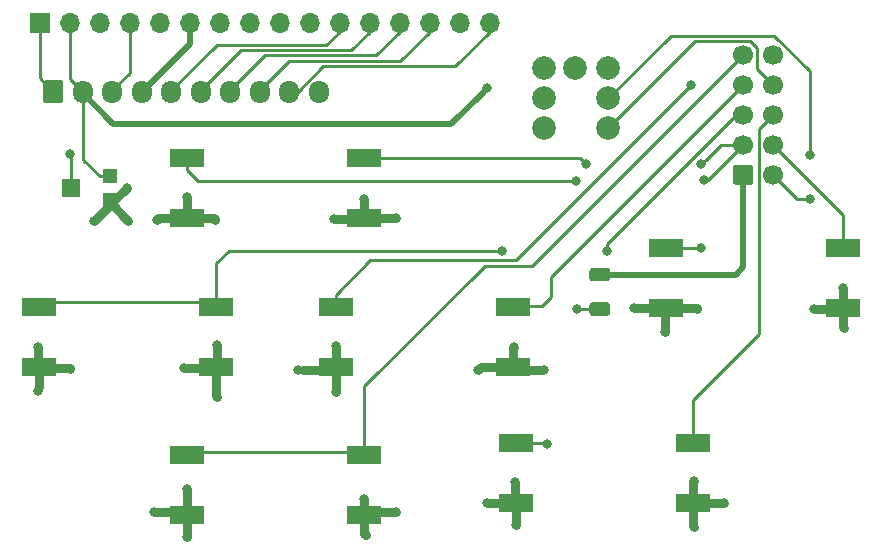
<source format=gtl>
G04 #@! TF.GenerationSoftware,KiCad,Pcbnew,(5.1.0)-1*
G04 #@! TF.CreationDate,2022-08-09T13:46:42+10:00*
G04 #@! TF.ProjectId,mainPCB_v0.9-br2,6d61696e-5043-4425-9f76-302e392d6272,rev?*
G04 #@! TF.SameCoordinates,Original*
G04 #@! TF.FileFunction,Copper,L1,Top*
G04 #@! TF.FilePolarity,Positive*
%FSLAX46Y46*%
G04 Gerber Fmt 4.6, Leading zero omitted, Abs format (unit mm)*
G04 Created by KiCad (PCBNEW (5.1.0)-1) date 2022-08-09 13:46:42*
%MOMM*%
%LPD*%
G04 APERTURE LIST*
%ADD10C,1.700000*%
%ADD11C,0.100000*%
%ADD12O,1.700000X1.950000*%
%ADD13C,1.125000*%
%ADD14R,1.200000X1.200000*%
%ADD15R,1.500000X1.600000*%
%ADD16C,2.000000*%
%ADD17R,3.000000X1.500000*%
%ADD18R,1.700000X1.700000*%
%ADD19O,1.700000X1.700000*%
%ADD20C,0.800000*%
%ADD21C,0.250000*%
%ADD22C,0.500000*%
%ADD23C,0.800000*%
G04 APERTURE END LIST*
D10*
X140525500Y-49530000D03*
X140525500Y-52070000D03*
X140525500Y-54610000D03*
X140525500Y-57150000D03*
X140525500Y-59690000D03*
X137985500Y-49530000D03*
X137985500Y-52070000D03*
X137985500Y-54610000D03*
X137985500Y-57150000D03*
D11*
G36*
X138610004Y-58841204D02*
G01*
X138634273Y-58844804D01*
X138658071Y-58850765D01*
X138681171Y-58859030D01*
X138703349Y-58869520D01*
X138724393Y-58882133D01*
X138744098Y-58896747D01*
X138762277Y-58913223D01*
X138778753Y-58931402D01*
X138793367Y-58951107D01*
X138805980Y-58972151D01*
X138816470Y-58994329D01*
X138824735Y-59017429D01*
X138830696Y-59041227D01*
X138834296Y-59065496D01*
X138835500Y-59090000D01*
X138835500Y-60290000D01*
X138834296Y-60314504D01*
X138830696Y-60338773D01*
X138824735Y-60362571D01*
X138816470Y-60385671D01*
X138805980Y-60407849D01*
X138793367Y-60428893D01*
X138778753Y-60448598D01*
X138762277Y-60466777D01*
X138744098Y-60483253D01*
X138724393Y-60497867D01*
X138703349Y-60510480D01*
X138681171Y-60520970D01*
X138658071Y-60529235D01*
X138634273Y-60535196D01*
X138610004Y-60538796D01*
X138585500Y-60540000D01*
X137385500Y-60540000D01*
X137360996Y-60538796D01*
X137336727Y-60535196D01*
X137312929Y-60529235D01*
X137289829Y-60520970D01*
X137267651Y-60510480D01*
X137246607Y-60497867D01*
X137226902Y-60483253D01*
X137208723Y-60466777D01*
X137192247Y-60448598D01*
X137177633Y-60428893D01*
X137165020Y-60407849D01*
X137154530Y-60385671D01*
X137146265Y-60362571D01*
X137140304Y-60338773D01*
X137136704Y-60314504D01*
X137135500Y-60290000D01*
X137135500Y-59090000D01*
X137136704Y-59065496D01*
X137140304Y-59041227D01*
X137146265Y-59017429D01*
X137154530Y-58994329D01*
X137165020Y-58972151D01*
X137177633Y-58951107D01*
X137192247Y-58931402D01*
X137208723Y-58913223D01*
X137226902Y-58896747D01*
X137246607Y-58882133D01*
X137267651Y-58869520D01*
X137289829Y-58859030D01*
X137312929Y-58850765D01*
X137336727Y-58844804D01*
X137360996Y-58841204D01*
X137385500Y-58840000D01*
X138585500Y-58840000D01*
X138610004Y-58841204D01*
X138610004Y-58841204D01*
G37*
D10*
X137985500Y-59690000D03*
D11*
G36*
X80190004Y-51667704D02*
G01*
X80214273Y-51671304D01*
X80238071Y-51677265D01*
X80261171Y-51685530D01*
X80283349Y-51696020D01*
X80304393Y-51708633D01*
X80324098Y-51723247D01*
X80342277Y-51739723D01*
X80358753Y-51757902D01*
X80373367Y-51777607D01*
X80385980Y-51798651D01*
X80396470Y-51820829D01*
X80404735Y-51843929D01*
X80410696Y-51867727D01*
X80414296Y-51891996D01*
X80415500Y-51916500D01*
X80415500Y-53366500D01*
X80414296Y-53391004D01*
X80410696Y-53415273D01*
X80404735Y-53439071D01*
X80396470Y-53462171D01*
X80385980Y-53484349D01*
X80373367Y-53505393D01*
X80358753Y-53525098D01*
X80342277Y-53543277D01*
X80324098Y-53559753D01*
X80304393Y-53574367D01*
X80283349Y-53586980D01*
X80261171Y-53597470D01*
X80238071Y-53605735D01*
X80214273Y-53611696D01*
X80190004Y-53615296D01*
X80165500Y-53616500D01*
X78965500Y-53616500D01*
X78940996Y-53615296D01*
X78916727Y-53611696D01*
X78892929Y-53605735D01*
X78869829Y-53597470D01*
X78847651Y-53586980D01*
X78826607Y-53574367D01*
X78806902Y-53559753D01*
X78788723Y-53543277D01*
X78772247Y-53525098D01*
X78757633Y-53505393D01*
X78745020Y-53484349D01*
X78734530Y-53462171D01*
X78726265Y-53439071D01*
X78720304Y-53415273D01*
X78716704Y-53391004D01*
X78715500Y-53366500D01*
X78715500Y-51916500D01*
X78716704Y-51891996D01*
X78720304Y-51867727D01*
X78726265Y-51843929D01*
X78734530Y-51820829D01*
X78745020Y-51798651D01*
X78757633Y-51777607D01*
X78772247Y-51757902D01*
X78788723Y-51739723D01*
X78806902Y-51723247D01*
X78826607Y-51708633D01*
X78847651Y-51696020D01*
X78869829Y-51685530D01*
X78892929Y-51677265D01*
X78916727Y-51671304D01*
X78940996Y-51667704D01*
X78965500Y-51666500D01*
X80165500Y-51666500D01*
X80190004Y-51667704D01*
X80190004Y-51667704D01*
G37*
D10*
X79565500Y-52641500D03*
D12*
X82065500Y-52641500D03*
X84565500Y-52641500D03*
X87065500Y-52641500D03*
X89565500Y-52641500D03*
X92065500Y-52641500D03*
X94565500Y-52641500D03*
X97065500Y-52641500D03*
X99565500Y-52641500D03*
X102065500Y-52641500D03*
D11*
G36*
X126506505Y-70497204D02*
G01*
X126530773Y-70500804D01*
X126554572Y-70506765D01*
X126577671Y-70515030D01*
X126599850Y-70525520D01*
X126620893Y-70538132D01*
X126640599Y-70552747D01*
X126658777Y-70569223D01*
X126675253Y-70587401D01*
X126689868Y-70607107D01*
X126702480Y-70628150D01*
X126712970Y-70650329D01*
X126721235Y-70673428D01*
X126727196Y-70697227D01*
X126730796Y-70721495D01*
X126732000Y-70745999D01*
X126732000Y-71371001D01*
X126730796Y-71395505D01*
X126727196Y-71419773D01*
X126721235Y-71443572D01*
X126712970Y-71466671D01*
X126702480Y-71488850D01*
X126689868Y-71509893D01*
X126675253Y-71529599D01*
X126658777Y-71547777D01*
X126640599Y-71564253D01*
X126620893Y-71578868D01*
X126599850Y-71591480D01*
X126577671Y-71601970D01*
X126554572Y-71610235D01*
X126530773Y-71616196D01*
X126506505Y-71619796D01*
X126482001Y-71621000D01*
X125231999Y-71621000D01*
X125207495Y-71619796D01*
X125183227Y-71616196D01*
X125159428Y-71610235D01*
X125136329Y-71601970D01*
X125114150Y-71591480D01*
X125093107Y-71578868D01*
X125073401Y-71564253D01*
X125055223Y-71547777D01*
X125038747Y-71529599D01*
X125024132Y-71509893D01*
X125011520Y-71488850D01*
X125001030Y-71466671D01*
X124992765Y-71443572D01*
X124986804Y-71419773D01*
X124983204Y-71395505D01*
X124982000Y-71371001D01*
X124982000Y-70745999D01*
X124983204Y-70721495D01*
X124986804Y-70697227D01*
X124992765Y-70673428D01*
X125001030Y-70650329D01*
X125011520Y-70628150D01*
X125024132Y-70607107D01*
X125038747Y-70587401D01*
X125055223Y-70569223D01*
X125073401Y-70552747D01*
X125093107Y-70538132D01*
X125114150Y-70525520D01*
X125136329Y-70515030D01*
X125159428Y-70506765D01*
X125183227Y-70500804D01*
X125207495Y-70497204D01*
X125231999Y-70496000D01*
X126482001Y-70496000D01*
X126506505Y-70497204D01*
X126506505Y-70497204D01*
G37*
D13*
X125857000Y-71058500D03*
D11*
G36*
X126506505Y-67572204D02*
G01*
X126530773Y-67575804D01*
X126554572Y-67581765D01*
X126577671Y-67590030D01*
X126599850Y-67600520D01*
X126620893Y-67613132D01*
X126640599Y-67627747D01*
X126658777Y-67644223D01*
X126675253Y-67662401D01*
X126689868Y-67682107D01*
X126702480Y-67703150D01*
X126712970Y-67725329D01*
X126721235Y-67748428D01*
X126727196Y-67772227D01*
X126730796Y-67796495D01*
X126732000Y-67820999D01*
X126732000Y-68446001D01*
X126730796Y-68470505D01*
X126727196Y-68494773D01*
X126721235Y-68518572D01*
X126712970Y-68541671D01*
X126702480Y-68563850D01*
X126689868Y-68584893D01*
X126675253Y-68604599D01*
X126658777Y-68622777D01*
X126640599Y-68639253D01*
X126620893Y-68653868D01*
X126599850Y-68666480D01*
X126577671Y-68676970D01*
X126554572Y-68685235D01*
X126530773Y-68691196D01*
X126506505Y-68694796D01*
X126482001Y-68696000D01*
X125231999Y-68696000D01*
X125207495Y-68694796D01*
X125183227Y-68691196D01*
X125159428Y-68685235D01*
X125136329Y-68676970D01*
X125114150Y-68666480D01*
X125093107Y-68653868D01*
X125073401Y-68639253D01*
X125055223Y-68622777D01*
X125038747Y-68604599D01*
X125024132Y-68584893D01*
X125011520Y-68563850D01*
X125001030Y-68541671D01*
X124992765Y-68518572D01*
X124986804Y-68494773D01*
X124983204Y-68470505D01*
X124982000Y-68446001D01*
X124982000Y-67820999D01*
X124983204Y-67796495D01*
X124986804Y-67772227D01*
X124992765Y-67748428D01*
X125001030Y-67725329D01*
X125011520Y-67703150D01*
X125024132Y-67682107D01*
X125038747Y-67662401D01*
X125055223Y-67644223D01*
X125073401Y-67627747D01*
X125093107Y-67613132D01*
X125114150Y-67600520D01*
X125136329Y-67590030D01*
X125159428Y-67581765D01*
X125183227Y-67575804D01*
X125207495Y-67572204D01*
X125231999Y-67571000D01*
X126482001Y-67571000D01*
X126506505Y-67572204D01*
X126506505Y-67572204D01*
G37*
D13*
X125857000Y-68133500D03*
D14*
X84350000Y-59833000D03*
D15*
X81100000Y-60833000D03*
D14*
X84350000Y-61833000D03*
D16*
X121158000Y-50673000D03*
X126558000Y-50673000D03*
X126558000Y-55753000D03*
X121158000Y-55753000D03*
X121158000Y-53213000D03*
X126558000Y-53213000D03*
X123758000Y-50673000D03*
D17*
X90925000Y-63373000D03*
X105925000Y-63373000D03*
X105925000Y-58293000D03*
X90925000Y-58293000D03*
X103498000Y-70866000D03*
X118498000Y-70866000D03*
X118498000Y-75946000D03*
X103498000Y-75946000D03*
X131438000Y-65913000D03*
X146438000Y-65913000D03*
X146438000Y-70993000D03*
X131438000Y-70993000D03*
X78352000Y-70866000D03*
X93352000Y-70866000D03*
X93352000Y-75946000D03*
X78352000Y-75946000D03*
X90925000Y-88519000D03*
X105925000Y-88519000D03*
X105925000Y-83439000D03*
X90925000Y-83439000D03*
X118738000Y-87503000D03*
X133738000Y-87503000D03*
X133738000Y-82423000D03*
X118738000Y-82423000D03*
D18*
X78422500Y-46863000D03*
D19*
X80962500Y-46863000D03*
X83502500Y-46863000D03*
X86042500Y-46863000D03*
X88582500Y-46863000D03*
X91122500Y-46863000D03*
X93662500Y-46863000D03*
X96202500Y-46863000D03*
X98742500Y-46863000D03*
X101282500Y-46863000D03*
X103822500Y-46863000D03*
X106362500Y-46863000D03*
X108902500Y-46863000D03*
X111442500Y-46863000D03*
X113982500Y-46863000D03*
X116522500Y-46863000D03*
D20*
X116332000Y-52324000D03*
X121348500Y-82486500D03*
X134429500Y-65913000D03*
X133604000Y-52070000D03*
X117538498Y-66103500D03*
X126492000Y-66103500D03*
X123888500Y-71056500D03*
X124714000Y-58801000D03*
X123825000Y-60198000D03*
X134683500Y-60134500D03*
X134429500Y-58800999D03*
X81026000Y-57912000D03*
X143637000Y-58039000D03*
X143637006Y-61722000D03*
X88074500Y-88201500D03*
X90868500Y-61595000D03*
X85788500Y-60769500D03*
X121094500Y-76200000D03*
X85915500Y-63563500D03*
X82994500Y-63563500D03*
X78295500Y-74295000D03*
X81026000Y-76136500D03*
X103378000Y-63436500D03*
X108585000Y-63373000D03*
X100330000Y-76200000D03*
X103505000Y-78105000D03*
X93472000Y-74104500D03*
X90614500Y-76009500D03*
X93472000Y-78486000D03*
X90932000Y-90360500D03*
X108585000Y-88265000D03*
X118681500Y-85725000D03*
X144018000Y-71056500D03*
X146431000Y-69278500D03*
X128714500Y-70993000D03*
X134112000Y-71056500D03*
X136398000Y-87503000D03*
X133794500Y-89471500D03*
X131381500Y-72961500D03*
X146494500Y-72644000D03*
X105918000Y-61722000D03*
X88328500Y-63500000D03*
X78295500Y-77978000D03*
X90932000Y-86296500D03*
X133794500Y-85598000D03*
X118745000Y-89344500D03*
X93281478Y-63499978D03*
X103505000Y-74175000D03*
X106026000Y-90170000D03*
X105925000Y-87115000D03*
X118599000Y-74295000D03*
X115569996Y-76200000D03*
X116332000Y-87503000D03*
D21*
X83500000Y-59833000D02*
X84350000Y-59833000D01*
X82065500Y-58398500D02*
X83500000Y-59833000D01*
X82065500Y-52641500D02*
X82065500Y-58398500D01*
D22*
X126832000Y-68133500D02*
X125857000Y-68133500D01*
X137357502Y-68133500D02*
X126832000Y-68133500D01*
X137985500Y-67505502D02*
X137357502Y-68133500D01*
X137985500Y-59690000D02*
X137985500Y-67505502D01*
X115932001Y-52723999D02*
X116332000Y-52324000D01*
X113284000Y-55372000D02*
X115932001Y-52723999D01*
X84671000Y-55372000D02*
X113284000Y-55372000D01*
X82065500Y-52641500D02*
X82065500Y-52766500D01*
X82065500Y-52766500D02*
X84671000Y-55372000D01*
D21*
X80962500Y-51538500D02*
X82065500Y-52641500D01*
X80962500Y-46863000D02*
X80962500Y-51538500D01*
X84565500Y-52516500D02*
X84565500Y-52641500D01*
X86042500Y-46863000D02*
X86042500Y-51039500D01*
X86042500Y-51039500D02*
X84565500Y-52516500D01*
D22*
X91122500Y-48584500D02*
X91122500Y-46863000D01*
X87065500Y-52641500D02*
X91122500Y-48584500D01*
D21*
X103822500Y-47561500D02*
X103822500Y-46863000D01*
X102710999Y-48673001D02*
X103822500Y-47561500D01*
X93408999Y-48673001D02*
X102710999Y-48673001D01*
X89565500Y-52641500D02*
X89565500Y-52516500D01*
X89565500Y-52516500D02*
X93408999Y-48673001D01*
X106362500Y-47561500D02*
X106362500Y-46863000D01*
X104800989Y-49123011D02*
X106362500Y-47561500D01*
X95458989Y-49123011D02*
X104800989Y-49123011D01*
X92065500Y-52641500D02*
X92065500Y-52516500D01*
X92065500Y-52516500D02*
X95458989Y-49123011D01*
X108902500Y-47561500D02*
X108902500Y-46863000D01*
X106890979Y-49573021D02*
X108902500Y-47561500D01*
X97508979Y-49573021D02*
X106890979Y-49573021D01*
X94565500Y-52641500D02*
X94565500Y-52516500D01*
X94565500Y-52516500D02*
X97508979Y-49573021D01*
X111442500Y-47561500D02*
X111442500Y-46863000D01*
X108980969Y-50023031D02*
X111442500Y-47561500D01*
X99558969Y-50023031D02*
X108980969Y-50023031D01*
X97065500Y-52641500D02*
X97065500Y-52516500D01*
X97065500Y-52516500D02*
X99558969Y-50023031D01*
X116522500Y-47561500D02*
X116522500Y-46863000D01*
X113610959Y-50473041D02*
X116522500Y-47561500D01*
X102447244Y-50473041D02*
X113610959Y-50473041D01*
X99565500Y-52641500D02*
X100278785Y-52641500D01*
X100278785Y-52641500D02*
X102447244Y-50473041D01*
X121285000Y-82423000D02*
X121348500Y-82486500D01*
X118738000Y-82423000D02*
X121285000Y-82423000D01*
X140525500Y-54610000D02*
X139350499Y-55785001D01*
X139350499Y-55785001D02*
X139350499Y-73166501D01*
X133738000Y-78779000D02*
X133738000Y-82423000D01*
X139350499Y-73166501D02*
X133738000Y-78779000D01*
X146438000Y-63062500D02*
X140525500Y-57150000D01*
X146438000Y-65913000D02*
X146438000Y-63062500D01*
X133188000Y-65913000D02*
X134429500Y-65913000D01*
X131438000Y-65913000D02*
X133188000Y-65913000D01*
X90925000Y-83185000D02*
X105925000Y-83185000D01*
X120137501Y-67377999D02*
X137985500Y-49530000D01*
X116160001Y-67377999D02*
X120137501Y-67377999D01*
X105925000Y-83439000D02*
X105925000Y-77613000D01*
X105925000Y-77613000D02*
X116160001Y-67377999D01*
X103498000Y-69866000D02*
X103498000Y-70866000D01*
X106436011Y-66927989D02*
X103498000Y-69866000D01*
X133604000Y-52070000D02*
X118746011Y-66927989D01*
X118746011Y-66927989D02*
X106436011Y-66927989D01*
X120930510Y-70839490D02*
X118498000Y-70839490D01*
X121697750Y-70072250D02*
X120930510Y-70839490D01*
X137985500Y-52070000D02*
X121697750Y-68357750D01*
X121697750Y-68357750D02*
X121697750Y-70072250D01*
X126492000Y-65537815D02*
X126492000Y-66103500D01*
X137985500Y-54610000D02*
X137419815Y-54610000D01*
X137419815Y-54610000D02*
X126492000Y-65537815D01*
X78345000Y-70485000D02*
X93345000Y-70485000D01*
X116972813Y-66103500D02*
X117538498Y-66103500D01*
X94424500Y-66103500D02*
X116972813Y-66103500D01*
X93352000Y-70866000D02*
X93352000Y-67176000D01*
X93352000Y-67176000D02*
X94424500Y-66103500D01*
X123890500Y-71058500D02*
X123888500Y-71056500D01*
X125857000Y-71058500D02*
X123890500Y-71058500D01*
X124314001Y-58401001D02*
X124714000Y-58801000D01*
X105925000Y-58293000D02*
X106680000Y-58293000D01*
X124206000Y-58293000D02*
X124314001Y-58401001D01*
X106680000Y-58293000D02*
X124206000Y-58293000D01*
X123259315Y-60198000D02*
X123825000Y-60198000D01*
X91830000Y-60198000D02*
X123259315Y-60198000D01*
X90925000Y-59293000D02*
X91830000Y-60198000D01*
X90925000Y-58293000D02*
X90925000Y-59293000D01*
X137985500Y-57150000D02*
X137985500Y-57150000D01*
X137985500Y-57150000D02*
X135001000Y-60134500D01*
X135001000Y-60134500D02*
X134683500Y-60134500D01*
X137985500Y-57150000D02*
X136080499Y-57150000D01*
X136080499Y-57150000D02*
X134829499Y-58401000D01*
X134829499Y-58401000D02*
X134429500Y-58800999D01*
X81100000Y-57986000D02*
X81026000Y-57912000D01*
X81100000Y-60833000D02*
X81100000Y-57986000D01*
X126558000Y-53213000D02*
X131866010Y-47904990D01*
X140639492Y-47904990D02*
X143637000Y-50902498D01*
X143637000Y-57473315D02*
X143637000Y-58039000D01*
X131866010Y-47904990D02*
X140639492Y-47904990D01*
X143637000Y-50902498D02*
X143637000Y-57473315D01*
X140525500Y-59690000D02*
X142557500Y-61722000D01*
X142557500Y-61722000D02*
X143071321Y-61722000D01*
X143071321Y-61722000D02*
X143637006Y-61722000D01*
X127557999Y-54753001D02*
X126558000Y-55753000D01*
X133956001Y-48354999D02*
X127557999Y-54753001D01*
X138549501Y-48354999D02*
X133956001Y-48354999D01*
X139160501Y-48965999D02*
X138549501Y-48354999D01*
X139160501Y-50705001D02*
X139160501Y-48965999D01*
X140525500Y-52070000D02*
X139160501Y-50705001D01*
D23*
X90861500Y-88201500D02*
X90925000Y-88138000D01*
X88074500Y-88265000D02*
X90861500Y-88265000D01*
X90932000Y-88131000D02*
X90925000Y-88138000D01*
X90932000Y-86296500D02*
X90932000Y-88131000D01*
X90925000Y-90353500D02*
X90932000Y-90360500D01*
X90925000Y-88138000D02*
X90925000Y-90353500D01*
X106052000Y-88265000D02*
X105925000Y-88138000D01*
X108585000Y-88265000D02*
X106052000Y-88265000D01*
X118674500Y-87566500D02*
X118738000Y-87503000D01*
X118681500Y-87446500D02*
X118738000Y-87503000D01*
X118681500Y-85725000D02*
X118681500Y-87446500D01*
X118738000Y-89337500D02*
X118745000Y-89344500D01*
X118738000Y-87503000D02*
X118738000Y-89337500D01*
X133738000Y-85654500D02*
X133794500Y-85598000D01*
X133738000Y-87503000D02*
X133738000Y-85654500D01*
X133738000Y-87503000D02*
X136398000Y-87503000D01*
X133738000Y-89415000D02*
X133794500Y-89471500D01*
X133738000Y-87503000D02*
X133738000Y-89415000D01*
X131381500Y-71049500D02*
X131438000Y-70993000D01*
X131381500Y-72961500D02*
X131381500Y-71049500D01*
X131438000Y-70993000D02*
X128714500Y-70993000D01*
X134048500Y-70993000D02*
X134112000Y-71056500D01*
X131438000Y-70993000D02*
X134048500Y-70993000D01*
X146374500Y-71056500D02*
X146438000Y-70993000D01*
X144018000Y-71056500D02*
X146374500Y-71056500D01*
X146438000Y-72587500D02*
X146494500Y-72644000D01*
X146438000Y-70993000D02*
X146438000Y-72587500D01*
X146431000Y-70986000D02*
X146438000Y-70993000D01*
X146431000Y-69278500D02*
X146431000Y-70986000D01*
X118498000Y-76200000D02*
X121031000Y-76200000D01*
X93288500Y-76009500D02*
X93352000Y-76073000D01*
X90614500Y-76009500D02*
X93288500Y-76009500D01*
X93472000Y-75953000D02*
X93352000Y-76073000D01*
X93472000Y-74104500D02*
X93472000Y-75953000D01*
X103505000Y-74175000D02*
X103505000Y-74175000D01*
X100704000Y-76200000D02*
X103505000Y-76200000D01*
X78352000Y-76073000D02*
X78352000Y-77623000D01*
X78295500Y-76016500D02*
X78352000Y-76073000D01*
X78295500Y-74295000D02*
X78295500Y-76016500D01*
X80962500Y-76073000D02*
X81026000Y-76136500D01*
X78352000Y-76073000D02*
X80962500Y-76073000D01*
X90925000Y-61651500D02*
X90868500Y-61595000D01*
X90925000Y-63373000D02*
X90925000Y-61651500D01*
X88455500Y-63373000D02*
X88328500Y-63500000D01*
X90925000Y-63373000D02*
X88455500Y-63373000D01*
X105918000Y-63366000D02*
X105925000Y-63373000D01*
X105918000Y-61722000D02*
X105918000Y-63366000D01*
X105925000Y-63373000D02*
X108585000Y-63373000D01*
X84350000Y-62208000D02*
X82994500Y-63563500D01*
X84350000Y-61833000D02*
X84350000Y-62208000D01*
X84350000Y-61998000D02*
X85915500Y-63563500D01*
X84350000Y-61833000D02*
X84350000Y-61998000D01*
X84725000Y-61833000D02*
X84350000Y-61833000D01*
X85788500Y-60769500D02*
X84725000Y-61833000D01*
X93352000Y-78366000D02*
X93472000Y-78486000D01*
X93352000Y-76073000D02*
X93352000Y-78366000D01*
X103498000Y-75826000D02*
X103378000Y-75946000D01*
X103498000Y-75812000D02*
X103498000Y-78105000D01*
D21*
X78422500Y-51498500D02*
X79565500Y-52641500D01*
X78422500Y-46863000D02*
X78422500Y-51498500D01*
D23*
X90925000Y-63373000D02*
X93225000Y-63373000D01*
X93281478Y-63429478D02*
X93281478Y-63499978D01*
X93225000Y-63373000D02*
X93281478Y-63429478D01*
X105861500Y-63436500D02*
X105925000Y-63373000D01*
X103378000Y-63436500D02*
X105861500Y-63436500D01*
X103505000Y-74175000D02*
X103505000Y-76200000D01*
X105925000Y-90069000D02*
X106026000Y-90170000D01*
X105925000Y-88519000D02*
X105925000Y-90069000D01*
X105925000Y-88519000D02*
X105925000Y-87115000D01*
X106026000Y-90170000D02*
X106026000Y-90170000D01*
X105925000Y-87115000D02*
X105925000Y-87115000D01*
X118498000Y-74396000D02*
X118599000Y-74295000D01*
X118498000Y-75946000D02*
X118498000Y-74396000D01*
X118599000Y-74295000D02*
X118599000Y-74295000D01*
X115823996Y-75946000D02*
X115569996Y-76200000D01*
X118498000Y-75946000D02*
X115823996Y-75946000D01*
X118738000Y-87503000D02*
X116332000Y-87503000D01*
M02*

</source>
